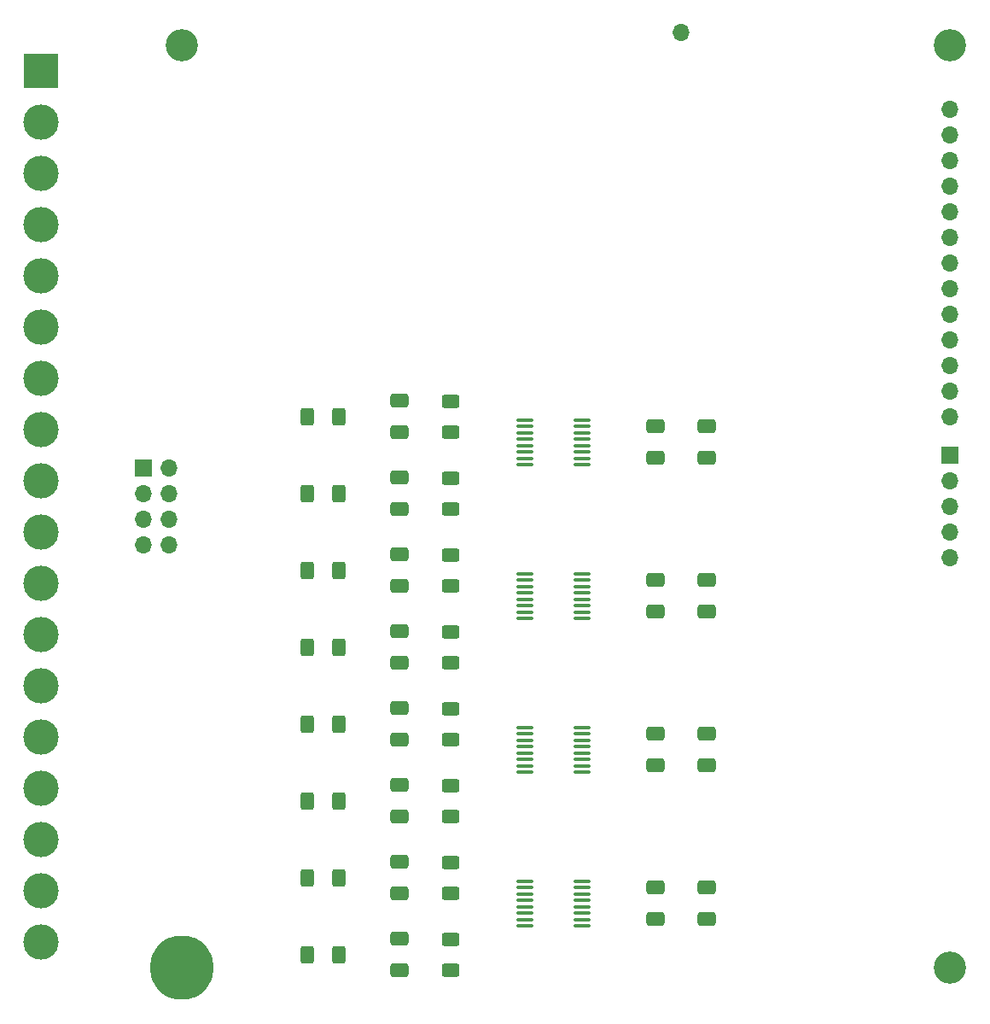
<source format=gbr>
%TF.GenerationSoftware,KiCad,Pcbnew,8.0.4-8.0.4-0~ubuntu22.04.1*%
%TF.CreationDate,2024-08-10T21:57:20+03:00*%
%TF.ProjectId,PM-DI16-DC24sink,504d2d44-4931-4362-9d44-43323473696e,rev?*%
%TF.SameCoordinates,Original*%
%TF.FileFunction,Soldermask,Bot*%
%TF.FilePolarity,Negative*%
%FSLAX46Y46*%
G04 Gerber Fmt 4.6, Leading zero omitted, Abs format (unit mm)*
G04 Created by KiCad (PCBNEW 8.0.4-8.0.4-0~ubuntu22.04.1) date 2024-08-10 21:57:20*
%MOMM*%
%LPD*%
G01*
G04 APERTURE LIST*
G04 Aperture macros list*
%AMRoundRect*
0 Rectangle with rounded corners*
0 $1 Rounding radius*
0 $2 $3 $4 $5 $6 $7 $8 $9 X,Y pos of 4 corners*
0 Add a 4 corners polygon primitive as box body*
4,1,4,$2,$3,$4,$5,$6,$7,$8,$9,$2,$3,0*
0 Add four circle primitives for the rounded corners*
1,1,$1+$1,$2,$3*
1,1,$1+$1,$4,$5*
1,1,$1+$1,$6,$7*
1,1,$1+$1,$8,$9*
0 Add four rect primitives between the rounded corners*
20,1,$1+$1,$2,$3,$4,$5,0*
20,1,$1+$1,$4,$5,$6,$7,0*
20,1,$1+$1,$6,$7,$8,$9,0*
20,1,$1+$1,$8,$9,$2,$3,0*%
G04 Aperture macros list end*
%ADD10R,1.700000X1.700000*%
%ADD11O,1.700000X1.700000*%
%ADD12O,6.350000X6.350000*%
%ADD13R,3.500000X3.500000*%
%ADD14C,3.500000*%
%ADD15C,3.200000*%
%ADD16RoundRect,0.250000X0.650000X-0.412500X0.650000X0.412500X-0.650000X0.412500X-0.650000X-0.412500X0*%
%ADD17O,1.649999X0.399999*%
%ADD18RoundRect,0.250000X-0.650000X0.412500X-0.650000X-0.412500X0.650000X-0.412500X0.650000X0.412500X0*%
%ADD19RoundRect,0.250000X-0.625000X0.400000X-0.625000X-0.400000X0.625000X-0.400000X0.625000X0.400000X0*%
%ADD20RoundRect,0.250000X-0.400000X-0.625000X0.400000X-0.625000X0.400000X0.625000X-0.400000X0.625000X0*%
G04 APERTURE END LIST*
D10*
%TO.C,J1*%
X120650000Y-95250000D03*
D11*
X120650000Y-97790000D03*
X120650000Y-100330000D03*
X120650000Y-102870000D03*
X120650000Y-105410000D03*
%TD*%
D12*
%TO.C,PE1*%
X44450000Y-146050000D03*
%TD*%
D10*
%TO.C,J6*%
X40640000Y-96520000D03*
D11*
X43180000Y-96520000D03*
X40640000Y-99060000D03*
X43180000Y-99060000D03*
X40640000Y-101600000D03*
X43180000Y-101600000D03*
X40640000Y-104140000D03*
X43180000Y-104140000D03*
%TD*%
D13*
%TO.C,J2*%
X30480000Y-57150000D03*
D14*
X30480000Y-62230000D03*
X30480000Y-67310000D03*
X30480000Y-72390000D03*
X30480000Y-77470000D03*
X30480000Y-82550000D03*
X30480000Y-87630000D03*
X30480000Y-92710000D03*
X30480000Y-97790000D03*
X30480000Y-102870000D03*
X30480000Y-107950000D03*
X30480000Y-113030000D03*
X30480000Y-118110000D03*
X30480000Y-123190000D03*
X30480000Y-128270000D03*
X30480000Y-133350000D03*
X30480000Y-138430000D03*
X30480000Y-143510000D03*
%TD*%
D15*
%TO.C,H1*%
X44450000Y-54610000D03*
%TD*%
%TO.C,H3*%
X120650000Y-146050000D03*
%TD*%
%TO.C,H2*%
X120650000Y-54610000D03*
%TD*%
D16*
%TO.C,C22*%
X96520000Y-110782500D03*
X96520000Y-107657500D03*
%TD*%
D17*
%TO.C,U6*%
X84105001Y-91757500D03*
X84105001Y-92392500D03*
X84105001Y-93027500D03*
X84105001Y-93662500D03*
X84105001Y-94297500D03*
X84105001Y-94932500D03*
X84105001Y-95567500D03*
X84105001Y-96202500D03*
X78455002Y-96202500D03*
X78455002Y-95567500D03*
X78455002Y-94932500D03*
X78455002Y-94297500D03*
X78455002Y-93662500D03*
X78455002Y-93027500D03*
X78455002Y-92392500D03*
X78455002Y-91757500D03*
%TD*%
D18*
%TO.C,C28*%
X66040000Y-120357500D03*
X66040000Y-123482500D03*
%TD*%
%TO.C,C31*%
X66040000Y-143217500D03*
X66040000Y-146342500D03*
%TD*%
D19*
%TO.C,R25*%
X71120000Y-120370000D03*
X71120000Y-123470000D03*
%TD*%
%TO.C,R17*%
X71120000Y-89890000D03*
X71120000Y-92990000D03*
%TD*%
D17*
%TO.C,U8*%
X84105001Y-122237500D03*
X84105001Y-122872500D03*
X84105001Y-123507500D03*
X84105001Y-124142500D03*
X84105001Y-124777500D03*
X84105001Y-125412500D03*
X84105001Y-126047500D03*
X84105001Y-126682500D03*
X78455002Y-126682500D03*
X78455002Y-126047500D03*
X78455002Y-125412500D03*
X78455002Y-124777500D03*
X78455002Y-124142500D03*
X78455002Y-123507500D03*
X78455002Y-122872500D03*
X78455002Y-122237500D03*
%TD*%
D19*
%TO.C,R22*%
X71120000Y-112750000D03*
X71120000Y-115850000D03*
%TD*%
D20*
%TO.C,R24*%
X56870000Y-114300000D03*
X59970000Y-114300000D03*
%TD*%
D18*
%TO.C,C23*%
X66040000Y-112737500D03*
X66040000Y-115862500D03*
%TD*%
D20*
%TO.C,R19*%
X56870000Y-91440000D03*
X59970000Y-91440000D03*
%TD*%
D19*
%TO.C,R29*%
X71120000Y-135610000D03*
X71120000Y-138710000D03*
%TD*%
D17*
%TO.C,U9*%
X84105001Y-137477500D03*
X84105001Y-138112500D03*
X84105001Y-138747500D03*
X84105001Y-139382500D03*
X84105001Y-140017500D03*
X84105001Y-140652500D03*
X84105001Y-141287500D03*
X84105001Y-141922500D03*
X78455002Y-141922500D03*
X78455002Y-141287500D03*
X78455002Y-140652500D03*
X78455002Y-140017500D03*
X78455002Y-139382500D03*
X78455002Y-138747500D03*
X78455002Y-138112500D03*
X78455002Y-137477500D03*
%TD*%
D19*
%TO.C,R30*%
X71120000Y-143230000D03*
X71120000Y-146330000D03*
%TD*%
D20*
%TO.C,R28*%
X56870000Y-129540000D03*
X59970000Y-129540000D03*
%TD*%
D16*
%TO.C,C17*%
X91440000Y-95542500D03*
X91440000Y-92417500D03*
%TD*%
%TO.C,C29*%
X91440000Y-141262500D03*
X91440000Y-138137500D03*
%TD*%
D19*
%TO.C,R18*%
X71120000Y-97510000D03*
X71120000Y-100610000D03*
%TD*%
D16*
%TO.C,C18*%
X96520000Y-95542500D03*
X96520000Y-92417500D03*
%TD*%
D20*
%TO.C,R27*%
X56870000Y-121920000D03*
X59970000Y-121920000D03*
%TD*%
D11*
%TO.C,PM1*%
X120650000Y-60960000D03*
X120650000Y-63500000D03*
X120650000Y-66040000D03*
X120650000Y-68580000D03*
X120650000Y-71120000D03*
X120650000Y-73660000D03*
X120650000Y-76200000D03*
X120650000Y-78740000D03*
X120650000Y-81280000D03*
X120650000Y-83820000D03*
X120650000Y-86360000D03*
X120650000Y-88900000D03*
X120650000Y-91440000D03*
X93980000Y-53340000D03*
%TD*%
D18*
%TO.C,C24*%
X66040000Y-105117500D03*
X66040000Y-108242500D03*
%TD*%
%TO.C,C32*%
X66040000Y-135597500D03*
X66040000Y-138722500D03*
%TD*%
D17*
%TO.C,U7*%
X84105001Y-106997500D03*
X84105001Y-107632500D03*
X84105001Y-108267500D03*
X84105001Y-108902500D03*
X84105001Y-109537500D03*
X84105001Y-110172500D03*
X84105001Y-110807500D03*
X84105001Y-111442500D03*
X78455002Y-111442500D03*
X78455002Y-110807500D03*
X78455002Y-110172500D03*
X78455002Y-109537500D03*
X78455002Y-108902500D03*
X78455002Y-108267500D03*
X78455002Y-107632500D03*
X78455002Y-106997500D03*
%TD*%
D16*
%TO.C,C25*%
X91440000Y-126022500D03*
X91440000Y-122897500D03*
%TD*%
D20*
%TO.C,R31*%
X56870000Y-137160000D03*
X59970000Y-137160000D03*
%TD*%
D18*
%TO.C,C27*%
X66040000Y-127977500D03*
X66040000Y-131102500D03*
%TD*%
D20*
%TO.C,R20*%
X56870000Y-99060000D03*
X59970000Y-99060000D03*
%TD*%
D16*
%TO.C,C26*%
X96520000Y-126022500D03*
X96520000Y-122897500D03*
%TD*%
%TO.C,C21*%
X91440000Y-110782500D03*
X91440000Y-107657500D03*
%TD*%
D19*
%TO.C,R26*%
X71120000Y-127990000D03*
X71120000Y-131090000D03*
%TD*%
%TO.C,R21*%
X71120000Y-105130000D03*
X71120000Y-108230000D03*
%TD*%
D20*
%TO.C,R23*%
X56870000Y-106680000D03*
X59970000Y-106680000D03*
%TD*%
D16*
%TO.C,C30*%
X96520000Y-141262500D03*
X96520000Y-138137500D03*
%TD*%
D20*
%TO.C,R32*%
X56870000Y-144780000D03*
X59970000Y-144780000D03*
%TD*%
D18*
%TO.C,C19*%
X66040000Y-97497500D03*
X66040000Y-100622500D03*
%TD*%
%TO.C,C20*%
X66040000Y-89877500D03*
X66040000Y-93002500D03*
%TD*%
M02*

</source>
